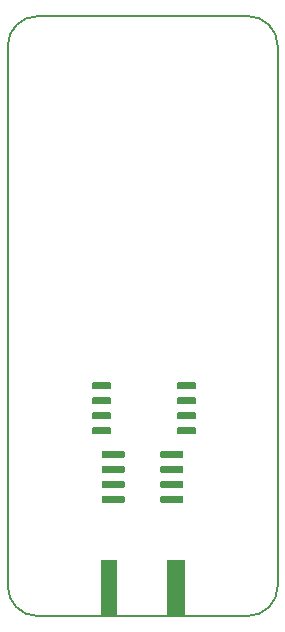
<source format=gbp>
G04 #@! TF.GenerationSoftware,KiCad,Pcbnew,(5.1.4)-1*
G04 #@! TF.CreationDate,2019-11-11T12:29:28+01:00*
G04 #@! TF.ProjectId,TLM-4260-breakout-v1_0,544c4d2d-3432-4363-902d-627265616b6f,1.1*
G04 #@! TF.SameCoordinates,Original*
G04 #@! TF.FileFunction,Paste,Bot*
G04 #@! TF.FilePolarity,Positive*
%FSLAX46Y46*%
G04 Gerber Fmt 4.6, Leading zero omitted, Abs format (unit mm)*
G04 Created by KiCad (PCBNEW (5.1.4)-1) date 2019-11-11 12:29:28*
%MOMM*%
%LPD*%
G04 APERTURE LIST*
%ADD10C,0.150000*%
%ADD11R,1.350000X4.700000*%
%ADD12R,1.500000X4.700000*%
%ADD13C,0.100000*%
%ADD14C,0.600000*%
G04 APERTURE END LIST*
D10*
X127000000Y-119380000D02*
G75*
G02X124460000Y-116840000I0J2540000D01*
G01*
X147320000Y-116840000D02*
G75*
G02X144780000Y-119380000I-2540000J0D01*
G01*
X144780000Y-68580000D02*
G75*
G02X147320000Y-71120000I0J-2540000D01*
G01*
X124460000Y-71120000D02*
G75*
G02X127000000Y-68580000I2540000J0D01*
G01*
X124460000Y-116840000D02*
X124460000Y-71120000D01*
X144780000Y-119380000D02*
X127000000Y-119380000D01*
X147320000Y-71120000D02*
X147320000Y-116840000D01*
X127000000Y-68580000D02*
X144780000Y-68580000D01*
D11*
X133065000Y-116990000D03*
D12*
X138715000Y-116990000D03*
D13*
G36*
X134254703Y-109205722D02*
G01*
X134269264Y-109207882D01*
X134283543Y-109211459D01*
X134297403Y-109216418D01*
X134310710Y-109222712D01*
X134323336Y-109230280D01*
X134335159Y-109239048D01*
X134346066Y-109248934D01*
X134355952Y-109259841D01*
X134364720Y-109271664D01*
X134372288Y-109284290D01*
X134378582Y-109297597D01*
X134383541Y-109311457D01*
X134387118Y-109325736D01*
X134389278Y-109340297D01*
X134390000Y-109355000D01*
X134390000Y-109655000D01*
X134389278Y-109669703D01*
X134387118Y-109684264D01*
X134383541Y-109698543D01*
X134378582Y-109712403D01*
X134372288Y-109725710D01*
X134364720Y-109738336D01*
X134355952Y-109750159D01*
X134346066Y-109761066D01*
X134335159Y-109770952D01*
X134323336Y-109779720D01*
X134310710Y-109787288D01*
X134297403Y-109793582D01*
X134283543Y-109798541D01*
X134269264Y-109802118D01*
X134254703Y-109804278D01*
X134240000Y-109805000D01*
X132590000Y-109805000D01*
X132575297Y-109804278D01*
X132560736Y-109802118D01*
X132546457Y-109798541D01*
X132532597Y-109793582D01*
X132519290Y-109787288D01*
X132506664Y-109779720D01*
X132494841Y-109770952D01*
X132483934Y-109761066D01*
X132474048Y-109750159D01*
X132465280Y-109738336D01*
X132457712Y-109725710D01*
X132451418Y-109712403D01*
X132446459Y-109698543D01*
X132442882Y-109684264D01*
X132440722Y-109669703D01*
X132440000Y-109655000D01*
X132440000Y-109355000D01*
X132440722Y-109340297D01*
X132442882Y-109325736D01*
X132446459Y-109311457D01*
X132451418Y-109297597D01*
X132457712Y-109284290D01*
X132465280Y-109271664D01*
X132474048Y-109259841D01*
X132483934Y-109248934D01*
X132494841Y-109239048D01*
X132506664Y-109230280D01*
X132519290Y-109222712D01*
X132532597Y-109216418D01*
X132546457Y-109211459D01*
X132560736Y-109207882D01*
X132575297Y-109205722D01*
X132590000Y-109205000D01*
X134240000Y-109205000D01*
X134254703Y-109205722D01*
X134254703Y-109205722D01*
G37*
D14*
X133415000Y-109505000D03*
D13*
G36*
X134254703Y-107935722D02*
G01*
X134269264Y-107937882D01*
X134283543Y-107941459D01*
X134297403Y-107946418D01*
X134310710Y-107952712D01*
X134323336Y-107960280D01*
X134335159Y-107969048D01*
X134346066Y-107978934D01*
X134355952Y-107989841D01*
X134364720Y-108001664D01*
X134372288Y-108014290D01*
X134378582Y-108027597D01*
X134383541Y-108041457D01*
X134387118Y-108055736D01*
X134389278Y-108070297D01*
X134390000Y-108085000D01*
X134390000Y-108385000D01*
X134389278Y-108399703D01*
X134387118Y-108414264D01*
X134383541Y-108428543D01*
X134378582Y-108442403D01*
X134372288Y-108455710D01*
X134364720Y-108468336D01*
X134355952Y-108480159D01*
X134346066Y-108491066D01*
X134335159Y-108500952D01*
X134323336Y-108509720D01*
X134310710Y-108517288D01*
X134297403Y-108523582D01*
X134283543Y-108528541D01*
X134269264Y-108532118D01*
X134254703Y-108534278D01*
X134240000Y-108535000D01*
X132590000Y-108535000D01*
X132575297Y-108534278D01*
X132560736Y-108532118D01*
X132546457Y-108528541D01*
X132532597Y-108523582D01*
X132519290Y-108517288D01*
X132506664Y-108509720D01*
X132494841Y-108500952D01*
X132483934Y-108491066D01*
X132474048Y-108480159D01*
X132465280Y-108468336D01*
X132457712Y-108455710D01*
X132451418Y-108442403D01*
X132446459Y-108428543D01*
X132442882Y-108414264D01*
X132440722Y-108399703D01*
X132440000Y-108385000D01*
X132440000Y-108085000D01*
X132440722Y-108070297D01*
X132442882Y-108055736D01*
X132446459Y-108041457D01*
X132451418Y-108027597D01*
X132457712Y-108014290D01*
X132465280Y-108001664D01*
X132474048Y-107989841D01*
X132483934Y-107978934D01*
X132494841Y-107969048D01*
X132506664Y-107960280D01*
X132519290Y-107952712D01*
X132532597Y-107946418D01*
X132546457Y-107941459D01*
X132560736Y-107937882D01*
X132575297Y-107935722D01*
X132590000Y-107935000D01*
X134240000Y-107935000D01*
X134254703Y-107935722D01*
X134254703Y-107935722D01*
G37*
D14*
X133415000Y-108235000D03*
D13*
G36*
X134254703Y-106665722D02*
G01*
X134269264Y-106667882D01*
X134283543Y-106671459D01*
X134297403Y-106676418D01*
X134310710Y-106682712D01*
X134323336Y-106690280D01*
X134335159Y-106699048D01*
X134346066Y-106708934D01*
X134355952Y-106719841D01*
X134364720Y-106731664D01*
X134372288Y-106744290D01*
X134378582Y-106757597D01*
X134383541Y-106771457D01*
X134387118Y-106785736D01*
X134389278Y-106800297D01*
X134390000Y-106815000D01*
X134390000Y-107115000D01*
X134389278Y-107129703D01*
X134387118Y-107144264D01*
X134383541Y-107158543D01*
X134378582Y-107172403D01*
X134372288Y-107185710D01*
X134364720Y-107198336D01*
X134355952Y-107210159D01*
X134346066Y-107221066D01*
X134335159Y-107230952D01*
X134323336Y-107239720D01*
X134310710Y-107247288D01*
X134297403Y-107253582D01*
X134283543Y-107258541D01*
X134269264Y-107262118D01*
X134254703Y-107264278D01*
X134240000Y-107265000D01*
X132590000Y-107265000D01*
X132575297Y-107264278D01*
X132560736Y-107262118D01*
X132546457Y-107258541D01*
X132532597Y-107253582D01*
X132519290Y-107247288D01*
X132506664Y-107239720D01*
X132494841Y-107230952D01*
X132483934Y-107221066D01*
X132474048Y-107210159D01*
X132465280Y-107198336D01*
X132457712Y-107185710D01*
X132451418Y-107172403D01*
X132446459Y-107158543D01*
X132442882Y-107144264D01*
X132440722Y-107129703D01*
X132440000Y-107115000D01*
X132440000Y-106815000D01*
X132440722Y-106800297D01*
X132442882Y-106785736D01*
X132446459Y-106771457D01*
X132451418Y-106757597D01*
X132457712Y-106744290D01*
X132465280Y-106731664D01*
X132474048Y-106719841D01*
X132483934Y-106708934D01*
X132494841Y-106699048D01*
X132506664Y-106690280D01*
X132519290Y-106682712D01*
X132532597Y-106676418D01*
X132546457Y-106671459D01*
X132560736Y-106667882D01*
X132575297Y-106665722D01*
X132590000Y-106665000D01*
X134240000Y-106665000D01*
X134254703Y-106665722D01*
X134254703Y-106665722D01*
G37*
D14*
X133415000Y-106965000D03*
D13*
G36*
X134254703Y-105395722D02*
G01*
X134269264Y-105397882D01*
X134283543Y-105401459D01*
X134297403Y-105406418D01*
X134310710Y-105412712D01*
X134323336Y-105420280D01*
X134335159Y-105429048D01*
X134346066Y-105438934D01*
X134355952Y-105449841D01*
X134364720Y-105461664D01*
X134372288Y-105474290D01*
X134378582Y-105487597D01*
X134383541Y-105501457D01*
X134387118Y-105515736D01*
X134389278Y-105530297D01*
X134390000Y-105545000D01*
X134390000Y-105845000D01*
X134389278Y-105859703D01*
X134387118Y-105874264D01*
X134383541Y-105888543D01*
X134378582Y-105902403D01*
X134372288Y-105915710D01*
X134364720Y-105928336D01*
X134355952Y-105940159D01*
X134346066Y-105951066D01*
X134335159Y-105960952D01*
X134323336Y-105969720D01*
X134310710Y-105977288D01*
X134297403Y-105983582D01*
X134283543Y-105988541D01*
X134269264Y-105992118D01*
X134254703Y-105994278D01*
X134240000Y-105995000D01*
X132590000Y-105995000D01*
X132575297Y-105994278D01*
X132560736Y-105992118D01*
X132546457Y-105988541D01*
X132532597Y-105983582D01*
X132519290Y-105977288D01*
X132506664Y-105969720D01*
X132494841Y-105960952D01*
X132483934Y-105951066D01*
X132474048Y-105940159D01*
X132465280Y-105928336D01*
X132457712Y-105915710D01*
X132451418Y-105902403D01*
X132446459Y-105888543D01*
X132442882Y-105874264D01*
X132440722Y-105859703D01*
X132440000Y-105845000D01*
X132440000Y-105545000D01*
X132440722Y-105530297D01*
X132442882Y-105515736D01*
X132446459Y-105501457D01*
X132451418Y-105487597D01*
X132457712Y-105474290D01*
X132465280Y-105461664D01*
X132474048Y-105449841D01*
X132483934Y-105438934D01*
X132494841Y-105429048D01*
X132506664Y-105420280D01*
X132519290Y-105412712D01*
X132532597Y-105406418D01*
X132546457Y-105401459D01*
X132560736Y-105397882D01*
X132575297Y-105395722D01*
X132590000Y-105395000D01*
X134240000Y-105395000D01*
X134254703Y-105395722D01*
X134254703Y-105395722D01*
G37*
D14*
X133415000Y-105695000D03*
D13*
G36*
X139204703Y-105395722D02*
G01*
X139219264Y-105397882D01*
X139233543Y-105401459D01*
X139247403Y-105406418D01*
X139260710Y-105412712D01*
X139273336Y-105420280D01*
X139285159Y-105429048D01*
X139296066Y-105438934D01*
X139305952Y-105449841D01*
X139314720Y-105461664D01*
X139322288Y-105474290D01*
X139328582Y-105487597D01*
X139333541Y-105501457D01*
X139337118Y-105515736D01*
X139339278Y-105530297D01*
X139340000Y-105545000D01*
X139340000Y-105845000D01*
X139339278Y-105859703D01*
X139337118Y-105874264D01*
X139333541Y-105888543D01*
X139328582Y-105902403D01*
X139322288Y-105915710D01*
X139314720Y-105928336D01*
X139305952Y-105940159D01*
X139296066Y-105951066D01*
X139285159Y-105960952D01*
X139273336Y-105969720D01*
X139260710Y-105977288D01*
X139247403Y-105983582D01*
X139233543Y-105988541D01*
X139219264Y-105992118D01*
X139204703Y-105994278D01*
X139190000Y-105995000D01*
X137540000Y-105995000D01*
X137525297Y-105994278D01*
X137510736Y-105992118D01*
X137496457Y-105988541D01*
X137482597Y-105983582D01*
X137469290Y-105977288D01*
X137456664Y-105969720D01*
X137444841Y-105960952D01*
X137433934Y-105951066D01*
X137424048Y-105940159D01*
X137415280Y-105928336D01*
X137407712Y-105915710D01*
X137401418Y-105902403D01*
X137396459Y-105888543D01*
X137392882Y-105874264D01*
X137390722Y-105859703D01*
X137390000Y-105845000D01*
X137390000Y-105545000D01*
X137390722Y-105530297D01*
X137392882Y-105515736D01*
X137396459Y-105501457D01*
X137401418Y-105487597D01*
X137407712Y-105474290D01*
X137415280Y-105461664D01*
X137424048Y-105449841D01*
X137433934Y-105438934D01*
X137444841Y-105429048D01*
X137456664Y-105420280D01*
X137469290Y-105412712D01*
X137482597Y-105406418D01*
X137496457Y-105401459D01*
X137510736Y-105397882D01*
X137525297Y-105395722D01*
X137540000Y-105395000D01*
X139190000Y-105395000D01*
X139204703Y-105395722D01*
X139204703Y-105395722D01*
G37*
D14*
X138365000Y-105695000D03*
D13*
G36*
X139204703Y-106665722D02*
G01*
X139219264Y-106667882D01*
X139233543Y-106671459D01*
X139247403Y-106676418D01*
X139260710Y-106682712D01*
X139273336Y-106690280D01*
X139285159Y-106699048D01*
X139296066Y-106708934D01*
X139305952Y-106719841D01*
X139314720Y-106731664D01*
X139322288Y-106744290D01*
X139328582Y-106757597D01*
X139333541Y-106771457D01*
X139337118Y-106785736D01*
X139339278Y-106800297D01*
X139340000Y-106815000D01*
X139340000Y-107115000D01*
X139339278Y-107129703D01*
X139337118Y-107144264D01*
X139333541Y-107158543D01*
X139328582Y-107172403D01*
X139322288Y-107185710D01*
X139314720Y-107198336D01*
X139305952Y-107210159D01*
X139296066Y-107221066D01*
X139285159Y-107230952D01*
X139273336Y-107239720D01*
X139260710Y-107247288D01*
X139247403Y-107253582D01*
X139233543Y-107258541D01*
X139219264Y-107262118D01*
X139204703Y-107264278D01*
X139190000Y-107265000D01*
X137540000Y-107265000D01*
X137525297Y-107264278D01*
X137510736Y-107262118D01*
X137496457Y-107258541D01*
X137482597Y-107253582D01*
X137469290Y-107247288D01*
X137456664Y-107239720D01*
X137444841Y-107230952D01*
X137433934Y-107221066D01*
X137424048Y-107210159D01*
X137415280Y-107198336D01*
X137407712Y-107185710D01*
X137401418Y-107172403D01*
X137396459Y-107158543D01*
X137392882Y-107144264D01*
X137390722Y-107129703D01*
X137390000Y-107115000D01*
X137390000Y-106815000D01*
X137390722Y-106800297D01*
X137392882Y-106785736D01*
X137396459Y-106771457D01*
X137401418Y-106757597D01*
X137407712Y-106744290D01*
X137415280Y-106731664D01*
X137424048Y-106719841D01*
X137433934Y-106708934D01*
X137444841Y-106699048D01*
X137456664Y-106690280D01*
X137469290Y-106682712D01*
X137482597Y-106676418D01*
X137496457Y-106671459D01*
X137510736Y-106667882D01*
X137525297Y-106665722D01*
X137540000Y-106665000D01*
X139190000Y-106665000D01*
X139204703Y-106665722D01*
X139204703Y-106665722D01*
G37*
D14*
X138365000Y-106965000D03*
D13*
G36*
X139204703Y-107935722D02*
G01*
X139219264Y-107937882D01*
X139233543Y-107941459D01*
X139247403Y-107946418D01*
X139260710Y-107952712D01*
X139273336Y-107960280D01*
X139285159Y-107969048D01*
X139296066Y-107978934D01*
X139305952Y-107989841D01*
X139314720Y-108001664D01*
X139322288Y-108014290D01*
X139328582Y-108027597D01*
X139333541Y-108041457D01*
X139337118Y-108055736D01*
X139339278Y-108070297D01*
X139340000Y-108085000D01*
X139340000Y-108385000D01*
X139339278Y-108399703D01*
X139337118Y-108414264D01*
X139333541Y-108428543D01*
X139328582Y-108442403D01*
X139322288Y-108455710D01*
X139314720Y-108468336D01*
X139305952Y-108480159D01*
X139296066Y-108491066D01*
X139285159Y-108500952D01*
X139273336Y-108509720D01*
X139260710Y-108517288D01*
X139247403Y-108523582D01*
X139233543Y-108528541D01*
X139219264Y-108532118D01*
X139204703Y-108534278D01*
X139190000Y-108535000D01*
X137540000Y-108535000D01*
X137525297Y-108534278D01*
X137510736Y-108532118D01*
X137496457Y-108528541D01*
X137482597Y-108523582D01*
X137469290Y-108517288D01*
X137456664Y-108509720D01*
X137444841Y-108500952D01*
X137433934Y-108491066D01*
X137424048Y-108480159D01*
X137415280Y-108468336D01*
X137407712Y-108455710D01*
X137401418Y-108442403D01*
X137396459Y-108428543D01*
X137392882Y-108414264D01*
X137390722Y-108399703D01*
X137390000Y-108385000D01*
X137390000Y-108085000D01*
X137390722Y-108070297D01*
X137392882Y-108055736D01*
X137396459Y-108041457D01*
X137401418Y-108027597D01*
X137407712Y-108014290D01*
X137415280Y-108001664D01*
X137424048Y-107989841D01*
X137433934Y-107978934D01*
X137444841Y-107969048D01*
X137456664Y-107960280D01*
X137469290Y-107952712D01*
X137482597Y-107946418D01*
X137496457Y-107941459D01*
X137510736Y-107937882D01*
X137525297Y-107935722D01*
X137540000Y-107935000D01*
X139190000Y-107935000D01*
X139204703Y-107935722D01*
X139204703Y-107935722D01*
G37*
D14*
X138365000Y-108235000D03*
D13*
G36*
X139204703Y-109205722D02*
G01*
X139219264Y-109207882D01*
X139233543Y-109211459D01*
X139247403Y-109216418D01*
X139260710Y-109222712D01*
X139273336Y-109230280D01*
X139285159Y-109239048D01*
X139296066Y-109248934D01*
X139305952Y-109259841D01*
X139314720Y-109271664D01*
X139322288Y-109284290D01*
X139328582Y-109297597D01*
X139333541Y-109311457D01*
X139337118Y-109325736D01*
X139339278Y-109340297D01*
X139340000Y-109355000D01*
X139340000Y-109655000D01*
X139339278Y-109669703D01*
X139337118Y-109684264D01*
X139333541Y-109698543D01*
X139328582Y-109712403D01*
X139322288Y-109725710D01*
X139314720Y-109738336D01*
X139305952Y-109750159D01*
X139296066Y-109761066D01*
X139285159Y-109770952D01*
X139273336Y-109779720D01*
X139260710Y-109787288D01*
X139247403Y-109793582D01*
X139233543Y-109798541D01*
X139219264Y-109802118D01*
X139204703Y-109804278D01*
X139190000Y-109805000D01*
X137540000Y-109805000D01*
X137525297Y-109804278D01*
X137510736Y-109802118D01*
X137496457Y-109798541D01*
X137482597Y-109793582D01*
X137469290Y-109787288D01*
X137456664Y-109779720D01*
X137444841Y-109770952D01*
X137433934Y-109761066D01*
X137424048Y-109750159D01*
X137415280Y-109738336D01*
X137407712Y-109725710D01*
X137401418Y-109712403D01*
X137396459Y-109698543D01*
X137392882Y-109684264D01*
X137390722Y-109669703D01*
X137390000Y-109655000D01*
X137390000Y-109355000D01*
X137390722Y-109340297D01*
X137392882Y-109325736D01*
X137396459Y-109311457D01*
X137401418Y-109297597D01*
X137407712Y-109284290D01*
X137415280Y-109271664D01*
X137424048Y-109259841D01*
X137433934Y-109248934D01*
X137444841Y-109239048D01*
X137456664Y-109230280D01*
X137469290Y-109222712D01*
X137482597Y-109216418D01*
X137496457Y-109211459D01*
X137510736Y-109207882D01*
X137525297Y-109205722D01*
X137540000Y-109205000D01*
X139190000Y-109205000D01*
X139204703Y-109205722D01*
X139204703Y-109205722D01*
G37*
D14*
X138365000Y-109505000D03*
D13*
G36*
X133064703Y-103405722D02*
G01*
X133079264Y-103407882D01*
X133093543Y-103411459D01*
X133107403Y-103416418D01*
X133120710Y-103422712D01*
X133133336Y-103430280D01*
X133145159Y-103439048D01*
X133156066Y-103448934D01*
X133165952Y-103459841D01*
X133174720Y-103471664D01*
X133182288Y-103484290D01*
X133188582Y-103497597D01*
X133193541Y-103511457D01*
X133197118Y-103525736D01*
X133199278Y-103540297D01*
X133200000Y-103555000D01*
X133200000Y-103855000D01*
X133199278Y-103869703D01*
X133197118Y-103884264D01*
X133193541Y-103898543D01*
X133188582Y-103912403D01*
X133182288Y-103925710D01*
X133174720Y-103938336D01*
X133165952Y-103950159D01*
X133156066Y-103961066D01*
X133145159Y-103970952D01*
X133133336Y-103979720D01*
X133120710Y-103987288D01*
X133107403Y-103993582D01*
X133093543Y-103998541D01*
X133079264Y-104002118D01*
X133064703Y-104004278D01*
X133050000Y-104005000D01*
X131750000Y-104005000D01*
X131735297Y-104004278D01*
X131720736Y-104002118D01*
X131706457Y-103998541D01*
X131692597Y-103993582D01*
X131679290Y-103987288D01*
X131666664Y-103979720D01*
X131654841Y-103970952D01*
X131643934Y-103961066D01*
X131634048Y-103950159D01*
X131625280Y-103938336D01*
X131617712Y-103925710D01*
X131611418Y-103912403D01*
X131606459Y-103898543D01*
X131602882Y-103884264D01*
X131600722Y-103869703D01*
X131600000Y-103855000D01*
X131600000Y-103555000D01*
X131600722Y-103540297D01*
X131602882Y-103525736D01*
X131606459Y-103511457D01*
X131611418Y-103497597D01*
X131617712Y-103484290D01*
X131625280Y-103471664D01*
X131634048Y-103459841D01*
X131643934Y-103448934D01*
X131654841Y-103439048D01*
X131666664Y-103430280D01*
X131679290Y-103422712D01*
X131692597Y-103416418D01*
X131706457Y-103411459D01*
X131720736Y-103407882D01*
X131735297Y-103405722D01*
X131750000Y-103405000D01*
X133050000Y-103405000D01*
X133064703Y-103405722D01*
X133064703Y-103405722D01*
G37*
D14*
X132400000Y-103705000D03*
D13*
G36*
X133064703Y-102135722D02*
G01*
X133079264Y-102137882D01*
X133093543Y-102141459D01*
X133107403Y-102146418D01*
X133120710Y-102152712D01*
X133133336Y-102160280D01*
X133145159Y-102169048D01*
X133156066Y-102178934D01*
X133165952Y-102189841D01*
X133174720Y-102201664D01*
X133182288Y-102214290D01*
X133188582Y-102227597D01*
X133193541Y-102241457D01*
X133197118Y-102255736D01*
X133199278Y-102270297D01*
X133200000Y-102285000D01*
X133200000Y-102585000D01*
X133199278Y-102599703D01*
X133197118Y-102614264D01*
X133193541Y-102628543D01*
X133188582Y-102642403D01*
X133182288Y-102655710D01*
X133174720Y-102668336D01*
X133165952Y-102680159D01*
X133156066Y-102691066D01*
X133145159Y-102700952D01*
X133133336Y-102709720D01*
X133120710Y-102717288D01*
X133107403Y-102723582D01*
X133093543Y-102728541D01*
X133079264Y-102732118D01*
X133064703Y-102734278D01*
X133050000Y-102735000D01*
X131750000Y-102735000D01*
X131735297Y-102734278D01*
X131720736Y-102732118D01*
X131706457Y-102728541D01*
X131692597Y-102723582D01*
X131679290Y-102717288D01*
X131666664Y-102709720D01*
X131654841Y-102700952D01*
X131643934Y-102691066D01*
X131634048Y-102680159D01*
X131625280Y-102668336D01*
X131617712Y-102655710D01*
X131611418Y-102642403D01*
X131606459Y-102628543D01*
X131602882Y-102614264D01*
X131600722Y-102599703D01*
X131600000Y-102585000D01*
X131600000Y-102285000D01*
X131600722Y-102270297D01*
X131602882Y-102255736D01*
X131606459Y-102241457D01*
X131611418Y-102227597D01*
X131617712Y-102214290D01*
X131625280Y-102201664D01*
X131634048Y-102189841D01*
X131643934Y-102178934D01*
X131654841Y-102169048D01*
X131666664Y-102160280D01*
X131679290Y-102152712D01*
X131692597Y-102146418D01*
X131706457Y-102141459D01*
X131720736Y-102137882D01*
X131735297Y-102135722D01*
X131750000Y-102135000D01*
X133050000Y-102135000D01*
X133064703Y-102135722D01*
X133064703Y-102135722D01*
G37*
D14*
X132400000Y-102435000D03*
D13*
G36*
X133064703Y-100865722D02*
G01*
X133079264Y-100867882D01*
X133093543Y-100871459D01*
X133107403Y-100876418D01*
X133120710Y-100882712D01*
X133133336Y-100890280D01*
X133145159Y-100899048D01*
X133156066Y-100908934D01*
X133165952Y-100919841D01*
X133174720Y-100931664D01*
X133182288Y-100944290D01*
X133188582Y-100957597D01*
X133193541Y-100971457D01*
X133197118Y-100985736D01*
X133199278Y-101000297D01*
X133200000Y-101015000D01*
X133200000Y-101315000D01*
X133199278Y-101329703D01*
X133197118Y-101344264D01*
X133193541Y-101358543D01*
X133188582Y-101372403D01*
X133182288Y-101385710D01*
X133174720Y-101398336D01*
X133165952Y-101410159D01*
X133156066Y-101421066D01*
X133145159Y-101430952D01*
X133133336Y-101439720D01*
X133120710Y-101447288D01*
X133107403Y-101453582D01*
X133093543Y-101458541D01*
X133079264Y-101462118D01*
X133064703Y-101464278D01*
X133050000Y-101465000D01*
X131750000Y-101465000D01*
X131735297Y-101464278D01*
X131720736Y-101462118D01*
X131706457Y-101458541D01*
X131692597Y-101453582D01*
X131679290Y-101447288D01*
X131666664Y-101439720D01*
X131654841Y-101430952D01*
X131643934Y-101421066D01*
X131634048Y-101410159D01*
X131625280Y-101398336D01*
X131617712Y-101385710D01*
X131611418Y-101372403D01*
X131606459Y-101358543D01*
X131602882Y-101344264D01*
X131600722Y-101329703D01*
X131600000Y-101315000D01*
X131600000Y-101015000D01*
X131600722Y-101000297D01*
X131602882Y-100985736D01*
X131606459Y-100971457D01*
X131611418Y-100957597D01*
X131617712Y-100944290D01*
X131625280Y-100931664D01*
X131634048Y-100919841D01*
X131643934Y-100908934D01*
X131654841Y-100899048D01*
X131666664Y-100890280D01*
X131679290Y-100882712D01*
X131692597Y-100876418D01*
X131706457Y-100871459D01*
X131720736Y-100867882D01*
X131735297Y-100865722D01*
X131750000Y-100865000D01*
X133050000Y-100865000D01*
X133064703Y-100865722D01*
X133064703Y-100865722D01*
G37*
D14*
X132400000Y-101165000D03*
D13*
G36*
X133064703Y-99595722D02*
G01*
X133079264Y-99597882D01*
X133093543Y-99601459D01*
X133107403Y-99606418D01*
X133120710Y-99612712D01*
X133133336Y-99620280D01*
X133145159Y-99629048D01*
X133156066Y-99638934D01*
X133165952Y-99649841D01*
X133174720Y-99661664D01*
X133182288Y-99674290D01*
X133188582Y-99687597D01*
X133193541Y-99701457D01*
X133197118Y-99715736D01*
X133199278Y-99730297D01*
X133200000Y-99745000D01*
X133200000Y-100045000D01*
X133199278Y-100059703D01*
X133197118Y-100074264D01*
X133193541Y-100088543D01*
X133188582Y-100102403D01*
X133182288Y-100115710D01*
X133174720Y-100128336D01*
X133165952Y-100140159D01*
X133156066Y-100151066D01*
X133145159Y-100160952D01*
X133133336Y-100169720D01*
X133120710Y-100177288D01*
X133107403Y-100183582D01*
X133093543Y-100188541D01*
X133079264Y-100192118D01*
X133064703Y-100194278D01*
X133050000Y-100195000D01*
X131750000Y-100195000D01*
X131735297Y-100194278D01*
X131720736Y-100192118D01*
X131706457Y-100188541D01*
X131692597Y-100183582D01*
X131679290Y-100177288D01*
X131666664Y-100169720D01*
X131654841Y-100160952D01*
X131643934Y-100151066D01*
X131634048Y-100140159D01*
X131625280Y-100128336D01*
X131617712Y-100115710D01*
X131611418Y-100102403D01*
X131606459Y-100088543D01*
X131602882Y-100074264D01*
X131600722Y-100059703D01*
X131600000Y-100045000D01*
X131600000Y-99745000D01*
X131600722Y-99730297D01*
X131602882Y-99715736D01*
X131606459Y-99701457D01*
X131611418Y-99687597D01*
X131617712Y-99674290D01*
X131625280Y-99661664D01*
X131634048Y-99649841D01*
X131643934Y-99638934D01*
X131654841Y-99629048D01*
X131666664Y-99620280D01*
X131679290Y-99612712D01*
X131692597Y-99606418D01*
X131706457Y-99601459D01*
X131720736Y-99597882D01*
X131735297Y-99595722D01*
X131750000Y-99595000D01*
X133050000Y-99595000D01*
X133064703Y-99595722D01*
X133064703Y-99595722D01*
G37*
D14*
X132400000Y-99895000D03*
D13*
G36*
X140264703Y-99595722D02*
G01*
X140279264Y-99597882D01*
X140293543Y-99601459D01*
X140307403Y-99606418D01*
X140320710Y-99612712D01*
X140333336Y-99620280D01*
X140345159Y-99629048D01*
X140356066Y-99638934D01*
X140365952Y-99649841D01*
X140374720Y-99661664D01*
X140382288Y-99674290D01*
X140388582Y-99687597D01*
X140393541Y-99701457D01*
X140397118Y-99715736D01*
X140399278Y-99730297D01*
X140400000Y-99745000D01*
X140400000Y-100045000D01*
X140399278Y-100059703D01*
X140397118Y-100074264D01*
X140393541Y-100088543D01*
X140388582Y-100102403D01*
X140382288Y-100115710D01*
X140374720Y-100128336D01*
X140365952Y-100140159D01*
X140356066Y-100151066D01*
X140345159Y-100160952D01*
X140333336Y-100169720D01*
X140320710Y-100177288D01*
X140307403Y-100183582D01*
X140293543Y-100188541D01*
X140279264Y-100192118D01*
X140264703Y-100194278D01*
X140250000Y-100195000D01*
X138950000Y-100195000D01*
X138935297Y-100194278D01*
X138920736Y-100192118D01*
X138906457Y-100188541D01*
X138892597Y-100183582D01*
X138879290Y-100177288D01*
X138866664Y-100169720D01*
X138854841Y-100160952D01*
X138843934Y-100151066D01*
X138834048Y-100140159D01*
X138825280Y-100128336D01*
X138817712Y-100115710D01*
X138811418Y-100102403D01*
X138806459Y-100088543D01*
X138802882Y-100074264D01*
X138800722Y-100059703D01*
X138800000Y-100045000D01*
X138800000Y-99745000D01*
X138800722Y-99730297D01*
X138802882Y-99715736D01*
X138806459Y-99701457D01*
X138811418Y-99687597D01*
X138817712Y-99674290D01*
X138825280Y-99661664D01*
X138834048Y-99649841D01*
X138843934Y-99638934D01*
X138854841Y-99629048D01*
X138866664Y-99620280D01*
X138879290Y-99612712D01*
X138892597Y-99606418D01*
X138906457Y-99601459D01*
X138920736Y-99597882D01*
X138935297Y-99595722D01*
X138950000Y-99595000D01*
X140250000Y-99595000D01*
X140264703Y-99595722D01*
X140264703Y-99595722D01*
G37*
D14*
X139600000Y-99895000D03*
D13*
G36*
X140264703Y-100865722D02*
G01*
X140279264Y-100867882D01*
X140293543Y-100871459D01*
X140307403Y-100876418D01*
X140320710Y-100882712D01*
X140333336Y-100890280D01*
X140345159Y-100899048D01*
X140356066Y-100908934D01*
X140365952Y-100919841D01*
X140374720Y-100931664D01*
X140382288Y-100944290D01*
X140388582Y-100957597D01*
X140393541Y-100971457D01*
X140397118Y-100985736D01*
X140399278Y-101000297D01*
X140400000Y-101015000D01*
X140400000Y-101315000D01*
X140399278Y-101329703D01*
X140397118Y-101344264D01*
X140393541Y-101358543D01*
X140388582Y-101372403D01*
X140382288Y-101385710D01*
X140374720Y-101398336D01*
X140365952Y-101410159D01*
X140356066Y-101421066D01*
X140345159Y-101430952D01*
X140333336Y-101439720D01*
X140320710Y-101447288D01*
X140307403Y-101453582D01*
X140293543Y-101458541D01*
X140279264Y-101462118D01*
X140264703Y-101464278D01*
X140250000Y-101465000D01*
X138950000Y-101465000D01*
X138935297Y-101464278D01*
X138920736Y-101462118D01*
X138906457Y-101458541D01*
X138892597Y-101453582D01*
X138879290Y-101447288D01*
X138866664Y-101439720D01*
X138854841Y-101430952D01*
X138843934Y-101421066D01*
X138834048Y-101410159D01*
X138825280Y-101398336D01*
X138817712Y-101385710D01*
X138811418Y-101372403D01*
X138806459Y-101358543D01*
X138802882Y-101344264D01*
X138800722Y-101329703D01*
X138800000Y-101315000D01*
X138800000Y-101015000D01*
X138800722Y-101000297D01*
X138802882Y-100985736D01*
X138806459Y-100971457D01*
X138811418Y-100957597D01*
X138817712Y-100944290D01*
X138825280Y-100931664D01*
X138834048Y-100919841D01*
X138843934Y-100908934D01*
X138854841Y-100899048D01*
X138866664Y-100890280D01*
X138879290Y-100882712D01*
X138892597Y-100876418D01*
X138906457Y-100871459D01*
X138920736Y-100867882D01*
X138935297Y-100865722D01*
X138950000Y-100865000D01*
X140250000Y-100865000D01*
X140264703Y-100865722D01*
X140264703Y-100865722D01*
G37*
D14*
X139600000Y-101165000D03*
D13*
G36*
X140264703Y-102135722D02*
G01*
X140279264Y-102137882D01*
X140293543Y-102141459D01*
X140307403Y-102146418D01*
X140320710Y-102152712D01*
X140333336Y-102160280D01*
X140345159Y-102169048D01*
X140356066Y-102178934D01*
X140365952Y-102189841D01*
X140374720Y-102201664D01*
X140382288Y-102214290D01*
X140388582Y-102227597D01*
X140393541Y-102241457D01*
X140397118Y-102255736D01*
X140399278Y-102270297D01*
X140400000Y-102285000D01*
X140400000Y-102585000D01*
X140399278Y-102599703D01*
X140397118Y-102614264D01*
X140393541Y-102628543D01*
X140388582Y-102642403D01*
X140382288Y-102655710D01*
X140374720Y-102668336D01*
X140365952Y-102680159D01*
X140356066Y-102691066D01*
X140345159Y-102700952D01*
X140333336Y-102709720D01*
X140320710Y-102717288D01*
X140307403Y-102723582D01*
X140293543Y-102728541D01*
X140279264Y-102732118D01*
X140264703Y-102734278D01*
X140250000Y-102735000D01*
X138950000Y-102735000D01*
X138935297Y-102734278D01*
X138920736Y-102732118D01*
X138906457Y-102728541D01*
X138892597Y-102723582D01*
X138879290Y-102717288D01*
X138866664Y-102709720D01*
X138854841Y-102700952D01*
X138843934Y-102691066D01*
X138834048Y-102680159D01*
X138825280Y-102668336D01*
X138817712Y-102655710D01*
X138811418Y-102642403D01*
X138806459Y-102628543D01*
X138802882Y-102614264D01*
X138800722Y-102599703D01*
X138800000Y-102585000D01*
X138800000Y-102285000D01*
X138800722Y-102270297D01*
X138802882Y-102255736D01*
X138806459Y-102241457D01*
X138811418Y-102227597D01*
X138817712Y-102214290D01*
X138825280Y-102201664D01*
X138834048Y-102189841D01*
X138843934Y-102178934D01*
X138854841Y-102169048D01*
X138866664Y-102160280D01*
X138879290Y-102152712D01*
X138892597Y-102146418D01*
X138906457Y-102141459D01*
X138920736Y-102137882D01*
X138935297Y-102135722D01*
X138950000Y-102135000D01*
X140250000Y-102135000D01*
X140264703Y-102135722D01*
X140264703Y-102135722D01*
G37*
D14*
X139600000Y-102435000D03*
D13*
G36*
X140264703Y-103405722D02*
G01*
X140279264Y-103407882D01*
X140293543Y-103411459D01*
X140307403Y-103416418D01*
X140320710Y-103422712D01*
X140333336Y-103430280D01*
X140345159Y-103439048D01*
X140356066Y-103448934D01*
X140365952Y-103459841D01*
X140374720Y-103471664D01*
X140382288Y-103484290D01*
X140388582Y-103497597D01*
X140393541Y-103511457D01*
X140397118Y-103525736D01*
X140399278Y-103540297D01*
X140400000Y-103555000D01*
X140400000Y-103855000D01*
X140399278Y-103869703D01*
X140397118Y-103884264D01*
X140393541Y-103898543D01*
X140388582Y-103912403D01*
X140382288Y-103925710D01*
X140374720Y-103938336D01*
X140365952Y-103950159D01*
X140356066Y-103961066D01*
X140345159Y-103970952D01*
X140333336Y-103979720D01*
X140320710Y-103987288D01*
X140307403Y-103993582D01*
X140293543Y-103998541D01*
X140279264Y-104002118D01*
X140264703Y-104004278D01*
X140250000Y-104005000D01*
X138950000Y-104005000D01*
X138935297Y-104004278D01*
X138920736Y-104002118D01*
X138906457Y-103998541D01*
X138892597Y-103993582D01*
X138879290Y-103987288D01*
X138866664Y-103979720D01*
X138854841Y-103970952D01*
X138843934Y-103961066D01*
X138834048Y-103950159D01*
X138825280Y-103938336D01*
X138817712Y-103925710D01*
X138811418Y-103912403D01*
X138806459Y-103898543D01*
X138802882Y-103884264D01*
X138800722Y-103869703D01*
X138800000Y-103855000D01*
X138800000Y-103555000D01*
X138800722Y-103540297D01*
X138802882Y-103525736D01*
X138806459Y-103511457D01*
X138811418Y-103497597D01*
X138817712Y-103484290D01*
X138825280Y-103471664D01*
X138834048Y-103459841D01*
X138843934Y-103448934D01*
X138854841Y-103439048D01*
X138866664Y-103430280D01*
X138879290Y-103422712D01*
X138892597Y-103416418D01*
X138906457Y-103411459D01*
X138920736Y-103407882D01*
X138935297Y-103405722D01*
X138950000Y-103405000D01*
X140250000Y-103405000D01*
X140264703Y-103405722D01*
X140264703Y-103405722D01*
G37*
D14*
X139600000Y-103705000D03*
M02*

</source>
